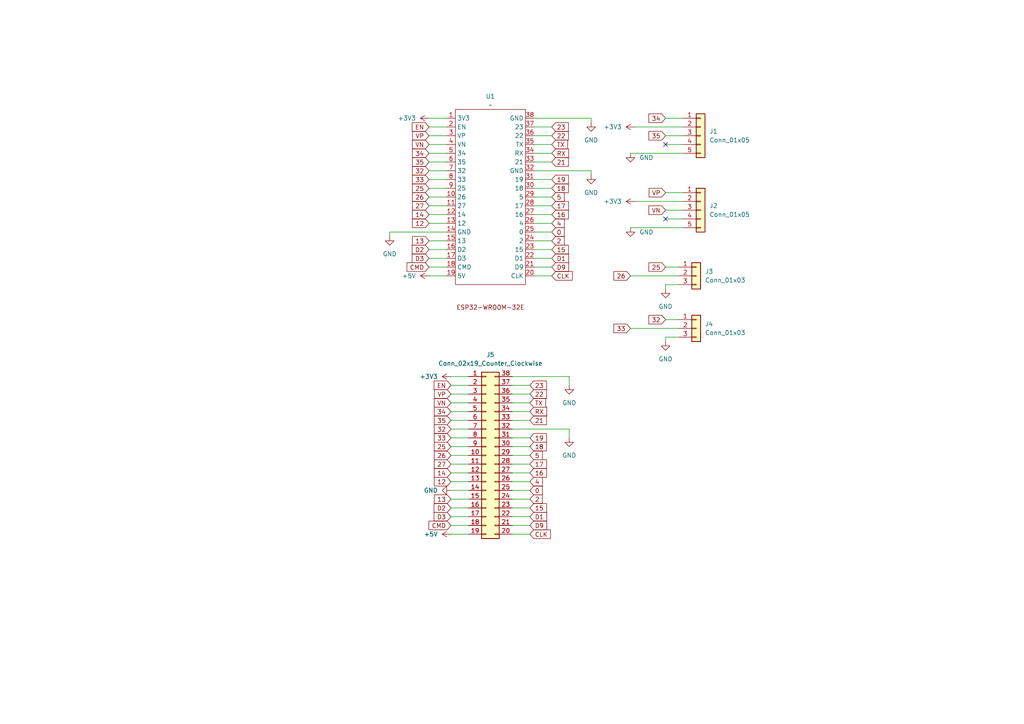
<source format=kicad_sch>
(kicad_sch (version 20231120) (generator "eeschema") (generator_version "8.0")
  (paper "A4")
  (lib_symbols
    (symbol "Connector_Generic:Conn_01x03" (pin_names (offset 1.016) hide)
      (property "Reference" "J" (at 0 5.08 0))
      (property "Value" "Conn_01x03" (at 0 -5.08 0))
      (symbol "Conn_01x03_1_1"
        (rectangle (start -1.27 -2.413) (end 0 -2.667) (stroke (width 0.1524)))
        (rectangle (start -1.27 0.127) (end 0 -0.127) (stroke (width 0.1524)))
        (rectangle (start -1.27 2.667) (end 0 2.413) (stroke (width 0.1524)))
        (rectangle (start -1.27 3.81) (end 1.27 -3.81) (stroke (width 0.254)) (fill (type background)))
        (pin passive line (at -5.08 2.54 0) (length 3.81) (name "Pin_1") (number "1"))
        (pin passive line (at -5.08 0 0) (length 3.81) (name "Pin_2") (number "2"))
        (pin passive line (at -5.08 -2.54 0) (length 3.81) (name "Pin_3") (number "3"))
      )
    )
    (symbol "Connector_Generic:Conn_01x05" (pin_names (offset 1.016) hide)
      (property "Reference" "J" (at 0 7.62 0))
      (property "Value" "Conn_01x05" (at 0 -7.62 0))
      (symbol "Conn_01x05_1_1"
        (rectangle (start -1.27 -4.953) (end 0 -5.207) (stroke (width 0.1524)))
        (rectangle (start -1.27 -2.413) (end 0 -2.667) (stroke (width 0.1524)))
        (rectangle (start -1.27 0.127) (end 0 -0.127) (stroke (width 0.1524)))
        (rectangle (start -1.27 2.667) (end 0 2.413) (stroke (width 0.1524)))
        (rectangle (start -1.27 5.207) (end 0 4.953) (stroke (width 0.1524)))
        (rectangle (start -1.27 6.35) (end 1.27 -6.35) (stroke (width 0.254)) (fill (type background)))
        (pin passive line (at -5.08 5.08 0) (length 3.81) (name "Pin_1") (number "1"))
        (pin passive line (at -5.08 2.54 0) (length 3.81) (name "Pin_2") (number "2"))
        (pin passive line (at -5.08 0 0) (length 3.81) (name "Pin_3") (number "3"))
        (pin passive line (at -5.08 -2.54 0) (length 3.81) (name "Pin_4") (number "4"))
        (pin passive line (at -5.08 -5.08 0) (length 3.81) (name "Pin_5") (number "5"))
      )
    )
    (symbol "Connector_Generic:Conn_02x19_Counter_Clockwise" (pin_names (offset 1.016) hide)
      (property "Reference" "J" (at 1.27 25.4 0))
      (property "Value" "Conn_02x19_Counter_Clockwise" (at 1.27 -25.4 0))
      (symbol "Conn_02x19_Counter_Clockwise_1_1"
        (rectangle (start -1.27 -22.733) (end 0 -22.987) (stroke (width 0.1524)))
        (rectangle (start -1.27 -20.193) (end 0 -20.447) (stroke (width 0.1524)))
        (rectangle (start -1.27 -17.653) (end 0 -17.907) (stroke (width 0.1524)))
        (rectangle (start -1.27 -15.113) (end 0 -15.367) (stroke (width 0.1524)))
        (rectangle (start -1.27 -12.573) (end 0 -12.827) (stroke (width 0.1524)))
        (rectangle (start -1.27 -10.033) (end 0 -10.287) (stroke (width 0.1524)))
        (rectangle (start -1.27 -7.493) (end 0 -7.747) (stroke (width 0.1524)))
        (rectangle (start -1.27 -4.953) (end 0 -5.207) (stroke (width 0.1524)))
        (rectangle (start -1.27 -2.413) (end 0 -2.667) (stroke (width 0.1524)))
        (rectangle (start -1.27 0.127) (end 0 -0.127) (stroke (width 0.1524)))
        (rectangle (start -1.27 2.667) (end 0 2.413) (stroke (width 0.1524)))
        (rectangle (start -1.27 5.207) (end 0 4.953) (stroke (width 0.1524)))
        (rectangle (start -1.27 7.747) (end 0 7.493) (stroke (width 0.1524)))
        (rectangle (start -1.27 10.287) (end 0 10.033) (stroke (width 0.1524)))
        (rectangle (start -1.27 12.827) (end 0 12.573) (stroke (width 0.1524)))
        (rectangle (start -1.27 15.367) (end 0 15.113) (stroke (width 0.1524)))
        (rectangle (start -1.27 17.907) (end 0 17.653) (stroke (width 0.1524)))
        (rectangle (start -1.27 20.447) (end 0 20.193) (stroke (width 0.1524)))
        (rectangle (start -1.27 22.987) (end 0 22.733) (stroke (width 0.1524)))
        (rectangle (start -1.27 24.13) (end 3.81 -24.13) (stroke (width 0.254)) (fill (type background)))
        (rectangle (start 3.81 -22.733) (end 2.54 -22.987) (stroke (width 0.1524)))
        (rectangle (start 3.81 -20.193) (end 2.54 -20.447) (stroke (width 0.1524)))
        (rectangle (start 3.81 -17.653) (end 2.54 -17.907) (stroke (width 0.1524)))
        (rectangle (start 3.81 -15.113) (end 2.54 -15.367) (stroke (width 0.1524)))
        (rectangle (start 3.81 -12.573) (end 2.54 -12.827) (stroke (width 0.1524)))
        (rectangle (start 3.81 -10.033) (end 2.54 -10.287) (stroke (width 0.1524)))
        (rectangle (start 3.81 -7.493) (end 2.54 -7.747) (stroke (width 0.1524)))
        (rectangle (start 3.81 -4.953) (end 2.54 -5.207) (stroke (width 0.1524)))
        (rectangle (start 3.81 -2.413) (end 2.54 -2.667) (stroke (width 0.1524)))
        (rectangle (start 3.81 0.127) (end 2.54 -0.127) (stroke (width 0.1524)))
        (rectangle (start 3.81 2.667) (end 2.54 2.413) (stroke (width 0.1524)))
        (rectangle (start 3.81 5.207) (end 2.54 4.953) (stroke (width 0.1524)))
        (rectangle (start 3.81 7.747) (end 2.54 7.493) (stroke (width 0.1524)))
        (rectangle (start 3.81 10.287) (end 2.54 10.033) (stroke (width 0.1524)))
        (rectangle (start 3.81 12.827) (end 2.54 12.573) (stroke (width 0.1524)))
        (rectangle (start 3.81 15.367) (end 2.54 15.113) (stroke (width 0.1524)))
        (rectangle (start 3.81 17.907) (end 2.54 17.653) (stroke (width 0.1524)))
        (rectangle (start 3.81 20.447) (end 2.54 20.193) (stroke (width 0.1524)))
        (rectangle (start 3.81 22.987) (end 2.54 22.733) (stroke (width 0.1524)))
        (pin passive line (at -5.08 22.86 0) (length 3.81) (name "Pin_1") (number "1"))
        (pin passive line (at -5.08 0 0) (length 3.81) (name "Pin_10") (number "10"))
        (pin passive line (at -5.08 -2.54 0) (length 3.81) (name "Pin_11") (number "11"))
        (pin passive line (at -5.08 -5.08 0) (length 3.81) (name "Pin_12") (number "12"))
        (pin passive line (at -5.08 -7.62 0) (length 3.81) (name "Pin_13") (number "13"))
        (pin passive line (at -5.08 -10.16 0) (length 3.81) (name "Pin_14") (number "14"))
        (pin passive line (at -5.08 -12.7 0) (length 3.81) (name "Pin_15") (number "15"))
        (pin passive line (at -5.08 -15.24 0) (length 3.81) (name "Pin_16") (number "16"))
        (pin passive line (at -5.08 -17.78 0) (length 3.81) (name "Pin_17") (number "17"))
        (pin passive line (at -5.08 -20.32 0) (length 3.81) (name "Pin_18") (number "18"))
        (pin passive line (at -5.08 -22.86 0) (length 3.81) (name "Pin_19") (number "19"))
        (pin passive line (at -5.08 20.32 0) (length 3.81) (name "Pin_2") (number "2"))
        (pin passive line (at 7.62 -22.86 180) (length 3.81) (name "Pin_20") (number "20"))
        (pin passive line (at 7.62 -20.32 180) (length 3.81) (name "Pin_21") (number "21"))
        (pin passive line (at 7.62 -17.78 180) (length 3.81) (name "Pin_22") (number "22"))
        (pin passive line (at 7.62 -15.24 180) (length 3.81) (name "Pin_23") (number "23"))
        (pin passive line (at 7.62 -12.7 180) (length 3.81) (name "Pin_24") (number "24"))
        (pin passive line (at 7.62 -10.16 180) (length 3.81) (name "Pin_25") (number "25"))
        (pin passive line (at 7.62 -7.62 180) (length 3.81) (name "Pin_26") (number "26"))
        (pin passive line (at 7.62 -5.08 180) (length 3.81) (name "Pin_27") (number "27"))
        (pin passive line (at 7.62 -2.54 180) (length 3.81) (name "Pin_28") (number "28"))
        (pin passive line (at 7.62 0 180) (length 3.81) (name "Pin_29") (number "29"))
        (pin passive line (at -5.08 17.78 0) (length 3.81) (name "Pin_3") (number "3"))
        (pin passive line (at 7.62 2.54 180) (length 3.81) (name "Pin_30") (number "30"))
        (pin passive line (at 7.62 5.08 180) (length 3.81) (name "Pin_31") (number "31"))
        (pin passive line (at 7.62 7.62 180) (length 3.81) (name "Pin_32") (number "32"))
        (pin passive line (at 7.62 10.16 180) (length 3.81) (name "Pin_33") (number "33"))
        (pin passive line (at 7.62 12.7 180) (length 3.81) (name "Pin_34") (number "34"))
        (pin passive line (at 7.62 15.24 180) (length 3.81) (name "Pin_35") (number "35"))
        (pin passive line (at 7.62 17.78 180) (length 3.81) (name "Pin_36") (number "36"))
        (pin passive line (at 7.62 20.32 180) (length 3.81) (name "Pin_37") (number "37"))
        (pin passive line (at 7.62 22.86 180) (length 3.81) (name "Pin_38") (number "38"))
        (pin passive line (at -5.08 15.24 0) (length 3.81) (name "Pin_4") (number "4"))
        (pin passive line (at -5.08 12.7 0) (length 3.81) (name "Pin_5") (number "5"))
        (pin passive line (at -5.08 10.16 0) (length 3.81) (name "Pin_6") (number "6"))
        (pin passive line (at -5.08 7.62 0) (length 3.81) (name "Pin_7") (number "7"))
        (pin passive line (at -5.08 5.08 0) (length 3.81) (name "Pin_8") (number "8"))
        (pin passive line (at -5.08 2.54 0) (length 3.81) (name "Pin_9") (number "9"))
      )
    )
    (symbol "ESP32-WROOM-32E_4M:ESP32-WROOM-32E"
      (property "Reference" "U2" (at 0 29.21 0))
      (property "Value" "~" (at 0 26.67 0))
      (symbol "ESP32-WROOM-32E_0_1"
        (rectangle (start -10.16 25.4) (end 10.16 -25.4))
      )
      (symbol "ESP32-WROOM-32E_1_1"
        (text "ESP32-WROOM-32E" (at 0 -32.004 0) (effects (font (size 1.27 1.27))))
        (pin power_out line (at -12.7 22.86 0) (length 2.54) (name "3V3") (number "1"))
        (pin bidirectional line (at -12.7 0 0) (length 2.54) (name "26") (number "10"))
        (pin bidirectional line (at -12.7 -2.54 0) (length 2.54) (name "27") (number "11"))
        (pin bidirectional line (at -12.7 -5.08 0) (length 2.54) (name "14") (number "12"))
        (pin bidirectional line (at -12.7 -7.62 0) (length 2.54) (name "12") (number "13"))
        (pin power_out line (at -12.7 -10.16 0) (length 2.54) (name "GND") (number "14"))
        (pin bidirectional line (at -12.7 -12.7 0) (length 2.54) (name "13") (number "15"))
        (pin bidirectional line (at -12.7 -15.24 0) (length 2.54) (name "D2") (number "16"))
        (pin bidirectional line (at -12.7 -17.78 0) (length 2.54) (name "D3") (number "17"))
        (pin bidirectional line (at -12.7 -20.32 0) (length 2.54) (name "CMD") (number "18"))
        (pin power_out line (at -12.7 -22.86 0) (length 2.54) (name "5V") (number "19"))
        (pin bidirectional line (at -12.7 20.32 0) (length 2.54) (name "EN") (number "2"))
        (pin bidirectional line (at 12.7 -22.86 180) (length 2.54) (name "CLK") (number "20"))
        (pin bidirectional line (at 12.7 -20.32 180) (length 2.54) (name "D9") (number "21"))
        (pin bidirectional line (at 12.7 -17.78 180) (length 2.54) (name "D1") (number "22"))
        (pin bidirectional line (at 12.7 -15.24 180) (length 2.54) (name "15") (number "23"))
        (pin bidirectional line (at 12.7 -12.7 180) (length 2.54) (name "2") (number "24"))
        (pin bidirectional line (at 12.7 -10.16 180) (length 2.54) (name "0") (number "25"))
        (pin bidirectional line (at 12.7 -7.62 180) (length 2.54) (name "4") (number "26"))
        (pin bidirectional line (at 12.7 -5.08 180) (length 2.54) (name "16") (number "27"))
        (pin bidirectional line (at 12.7 -2.54 180) (length 2.54) (name "17") (number "28"))
        (pin bidirectional line (at 12.7 0 180) (length 2.54) (name "5") (number "29"))
        (pin bidirectional line (at -12.7 17.78 0) (length 2.54) (name "VP") (number "3"))
        (pin bidirectional line (at 12.7 2.54 180) (length 2.54) (name "18") (number "30"))
        (pin bidirectional line (at 12.7 5.08 180) (length 2.54) (name "19") (number "31"))
        (pin power_out line (at 12.7 7.62 180) (length 2.54) (name "GND") (number "32"))
        (pin bidirectional line (at 12.7 10.16 180) (length 2.54) (name "21") (number "33"))
        (pin input line (at 12.7 12.7 180) (length 2.54) (name "RX") (number "34"))
        (pin output line (at 12.7 15.24 180) (length 2.54) (name "TX") (number "35"))
        (pin bidirectional line (at 12.7 17.78 180) (length 2.54) (name "22") (number "36"))
        (pin bidirectional line (at 12.7 20.32 180) (length 2.54) (name "23") (number "37"))
        (pin power_out line (at 12.7 22.86 180) (length 2.54) (name "GND") (number "38"))
        (pin bidirectional line (at -12.7 15.24 0) (length 2.54) (name "VN") (number "4"))
        (pin bidirectional line (at -12.7 12.7 0) (length 2.54) (name "34") (number "5"))
        (pin bidirectional line (at -12.7 10.16 0) (length 2.54) (name "35") (number "6"))
        (pin bidirectional line (at -12.7 7.62 0) (length 2.54) (name "32") (number "7"))
        (pin bidirectional line (at -12.7 5.08 0) (length 2.54) (name "33") (number "8"))
        (pin bidirectional line (at -12.7 2.54 0) (length 2.54) (name "25") (number "9"))
      )
    )
    (symbol "power:+3V3" (power) (pin_names (offset 0))
      (property "Value" "+3V3" (at 0 3.556 0))
      (symbol "+3V3_0_1"
        (polyline (pts (xy -0.762 1.27) (xy 0 2.54)))
        (polyline (pts (xy 0 0) (xy 0 2.54)))
        (polyline (pts (xy 0 2.54) (xy 0.762 1.27)))
      )
      (symbol "+3V3_1_1"
        (pin power_in line (at 0 0 90) (length 0) hide (name "+3V3") (number "1"))
      )
    )
    (symbol "power:+5V" (power) (pin_names (offset 0))
      (property "Value" "+5V" (at 0 3.556 0))
      (symbol "+5V_0_1"
        (polyline (pts (xy -0.762 1.27) (xy 0 2.54)))
        (polyline (pts (xy 0 0) (xy 0 2.54)))
        (polyline (pts (xy 0 2.54) (xy 0.762 1.27)))
      )
      (symbol "+5V_1_1"
        (pin power_in line (at 0 0 90) (length 0) hide (name "+5V") (number "1"))
      )
    )
    (symbol "power:GND" (power) (pin_names (offset 0))
      (property "Value" "GND" (at 0 -3.81 0))
      (symbol "GND_0_1"
        (polyline (pts (xy 0 0) (xy 0 -1.27) (xy 1.27 -1.27) (xy 0 -2.54) (xy -1.27 -1.27) (xy 0 -1.27)))
      )
      (symbol "GND_1_1"
        (pin power_in line (at 0 0 270) (length 0) hide (name "GND") (number "1"))
      )
    )
  )
  (no_connect (at 193.04 63.5))
  (no_connect (at 193.04 41.91))
  (wire (pts (xy 154.94 41.91) (xy 160.02 41.91)))
  (wire (pts (xy 154.94 59.69) (xy 160.02 59.69)))
  (wire (pts (xy 182.88 95.25) (xy 196.85 95.25)))
  (wire (pts (xy 124.46 59.69) (xy 129.54 59.69)))
  (wire (pts (xy 153.67 139.7) (xy 148.59 139.7)))
  (wire (pts (xy 154.94 44.45) (xy 160.02 44.45)))
  (wire (pts (xy 153.67 144.78) (xy 148.59 144.78)))
  (wire (pts (xy 124.46 62.23) (xy 129.54 62.23)))
  (wire (pts (xy 153.67 137.16) (xy 148.59 137.16)))
  (wire (pts (xy 182.88 66.04) (xy 198.12 66.04)))
  (wire (pts (xy 153.67 132.08) (xy 148.59 132.08)))
  (wire (pts (xy 124.46 54.61) (xy 129.54 54.61)))
  (wire (pts (xy 193.04 97.79) (xy 196.85 97.79)))
  (wire (pts (xy 113.03 67.31) (xy 113.03 68.58)))
  (wire (pts (xy 124.46 44.45) (xy 129.54 44.45)))
  (wire (pts (xy 154.94 36.83) (xy 160.02 36.83)))
  (wire (pts (xy 154.94 49.53) (xy 171.45 49.53)))
  (wire (pts (xy 154.94 64.77) (xy 160.02 64.77)))
  (wire (pts (xy 130.81 144.78) (xy 135.89 144.78)))
  (wire (pts (xy 153.67 147.32) (xy 148.59 147.32)))
  (wire (pts (xy 193.04 92.71) (xy 196.85 92.71)))
  (wire (pts (xy 182.88 44.45) (xy 198.12 44.45)))
  (wire (pts (xy 130.81 127) (xy 135.89 127)))
  (wire (pts (xy 148.59 109.22) (xy 165.1 109.22)))
  (wire (pts (xy 171.45 34.29) (xy 171.45 35.56)))
  (wire (pts (xy 113.03 67.31) (xy 129.54 67.31)))
  (wire (pts (xy 153.67 152.4) (xy 148.59 152.4)))
  (wire (pts (xy 153.67 149.86) (xy 148.59 149.86)))
  (wire (pts (xy 124.46 64.77) (xy 129.54 64.77)))
  (wire (pts (xy 124.46 77.47) (xy 129.54 77.47)))
  (wire (pts (xy 154.94 69.85) (xy 160.02 69.85)))
  (wire (pts (xy 124.46 74.93) (xy 129.54 74.93)))
  (wire (pts (xy 148.59 124.46) (xy 165.1 124.46)))
  (wire (pts (xy 193.04 77.47) (xy 196.85 77.47)))
  (wire (pts (xy 130.81 149.86) (xy 135.89 149.86)))
  (wire (pts (xy 154.94 80.01) (xy 160.02 80.01)))
  (wire (pts (xy 193.04 41.91) (xy 198.12 41.91)))
  (wire (pts (xy 154.94 77.47) (xy 160.02 77.47)))
  (wire (pts (xy 153.67 121.92) (xy 148.59 121.92)))
  (wire (pts (xy 130.81 111.76) (xy 135.89 111.76)))
  (wire (pts (xy 154.94 34.29) (xy 171.45 34.29)))
  (wire (pts (xy 154.94 74.93) (xy 160.02 74.93)))
  (wire (pts (xy 130.81 119.38) (xy 135.89 119.38)))
  (wire (pts (xy 124.46 39.37) (xy 129.54 39.37)))
  (wire (pts (xy 130.81 154.94) (xy 135.89 154.94)))
  (wire (pts (xy 124.46 36.83) (xy 129.54 36.83)))
  (wire (pts (xy 153.67 116.84) (xy 148.59 116.84)))
  (wire (pts (xy 130.81 147.32) (xy 135.89 147.32)))
  (wire (pts (xy 130.81 132.08) (xy 135.89 132.08)))
  (wire (pts (xy 153.67 111.76) (xy 148.59 111.76)))
  (wire (pts (xy 165.1 109.22) (xy 165.1 111.76)))
  (wire (pts (xy 124.46 34.29) (xy 129.54 34.29)))
  (wire (pts (xy 193.04 82.55) (xy 193.04 83.82)))
  (wire (pts (xy 124.46 80.01) (xy 129.54 80.01)))
  (wire (pts (xy 154.94 62.23) (xy 160.02 62.23)))
  (wire (pts (xy 153.67 154.94) (xy 148.59 154.94)))
  (wire (pts (xy 193.04 82.55) (xy 196.85 82.55)))
  (wire (pts (xy 124.46 41.91) (xy 129.54 41.91)))
  (wire (pts (xy 130.81 116.84) (xy 135.89 116.84)))
  (wire (pts (xy 193.04 39.37) (xy 198.12 39.37)))
  (wire (pts (xy 154.94 39.37) (xy 160.02 39.37)))
  (wire (pts (xy 193.04 34.29) (xy 198.12 34.29)))
  (wire (pts (xy 130.81 134.62) (xy 135.89 134.62)))
  (wire (pts (xy 124.46 69.85) (xy 129.54 69.85)))
  (wire (pts (xy 153.67 127) (xy 148.59 127)))
  (wire (pts (xy 124.46 46.99) (xy 129.54 46.99)))
  (wire (pts (xy 193.04 60.96) (xy 198.12 60.96)))
  (wire (pts (xy 154.94 72.39) (xy 160.02 72.39)))
  (wire (pts (xy 124.46 72.39) (xy 129.54 72.39)))
  (wire (pts (xy 182.88 80.01) (xy 196.85 80.01)))
  (wire (pts (xy 130.81 152.4) (xy 135.89 152.4)))
  (wire (pts (xy 130.81 121.92) (xy 135.89 121.92)))
  (wire (pts (xy 130.81 142.24) (xy 135.89 142.24)))
  (wire (pts (xy 130.81 124.46) (xy 135.89 124.46)))
  (wire (pts (xy 130.81 129.54) (xy 135.89 129.54)))
  (wire (pts (xy 171.45 49.53) (xy 171.45 50.8)))
  (wire (pts (xy 154.94 54.61) (xy 160.02 54.61)))
  (wire (pts (xy 153.67 142.24) (xy 148.59 142.24)))
  (wire (pts (xy 184.15 58.42) (xy 198.12 58.42)))
  (wire (pts (xy 154.94 67.31) (xy 160.02 67.31)))
  (wire (pts (xy 193.04 63.5) (xy 198.12 63.5)))
  (wire (pts (xy 154.94 57.15) (xy 160.02 57.15)))
  (wire (pts (xy 153.67 114.3) (xy 148.59 114.3)))
  (wire (pts (xy 154.94 52.07) (xy 160.02 52.07)))
  (wire (pts (xy 154.94 46.99) (xy 160.02 46.99)))
  (wire (pts (xy 193.04 55.88) (xy 198.12 55.88)))
  (wire (pts (xy 165.1 124.46) (xy 165.1 127)))
  (wire (pts (xy 130.81 139.7) (xy 135.89 139.7)))
  (wire (pts (xy 153.67 119.38) (xy 148.59 119.38)))
  (wire (pts (xy 130.81 109.22) (xy 135.89 109.22)))
  (wire (pts (xy 130.81 114.3) (xy 135.89 114.3)))
  (wire (pts (xy 153.67 129.54) (xy 148.59 129.54)))
  (wire (pts (xy 193.04 97.79) (xy 193.04 99.06)))
  (wire (pts (xy 130.81 137.16) (xy 135.89 137.16)))
  (wire (pts (xy 124.46 52.07) (xy 129.54 52.07)))
  (wire (pts (xy 124.46 49.53) (xy 129.54 49.53)))
  (wire (pts (xy 184.15 36.83) (xy 198.12 36.83)))
  (wire (pts (xy 153.67 134.62) (xy 148.59 134.62)))
  (wire (pts (xy 124.46 57.15) (xy 129.54 57.15)))
  (global_label "26" (shape input) (at 124.46 57.15 180) (property "Intersheetrefs" "${INTERSHEET_REFS}" (effects (hide yes))))
  (global_label "18" (shape input) (at 160.02 54.61 0) (property "Intersheetrefs" "${INTERSHEET_REFS}" (effects (hide yes))))
  (global_label "34" (shape input) (at 130.81 119.38 180) (property "Intersheetrefs" "${INTERSHEET_REFS}" (effects (hide yes))))
  (global_label "32" (shape input) (at 193.04 92.71 180) (property "Intersheetrefs" "${INTERSHEET_REFS}" (effects (hide yes))))
  (global_label "26" (shape input) (at 130.81 132.08 180) (property "Intersheetrefs" "${INTERSHEET_REFS}" (effects (hide yes))))
  (global_label "CMD" (shape input) (at 124.46 77.47 180) (property "Intersheetrefs" "${INTERSHEET_REFS}" (effects (hide yes))))
  (global_label "4" (shape input) (at 153.67 139.7 0) (property "Intersheetrefs" "${INTERSHEET_REFS}" (effects (hide yes))))
  (global_label "27" (shape input) (at 124.46 59.69 180) (property "Intersheetrefs" "${INTERSHEET_REFS}" (effects (hide yes))))
  (global_label "RX" (shape input) (at 160.02 44.45 0) (property "Intersheetrefs" "${INTERSHEET_REFS}" (effects (hide yes))))
  (global_label "13" (shape input) (at 124.46 69.85 180) (property "Intersheetrefs" "${INTERSHEET_REFS}" (effects (hide yes))))
  (global_label "D3" (shape input) (at 124.46 74.93 180) (property "Intersheetrefs" "${INTERSHEET_REFS}" (effects (hide yes))))
  (global_label "16" (shape input) (at 153.67 137.16 0) (property "Intersheetrefs" "${INTERSHEET_REFS}" (effects (hide yes))))
  (global_label "5" (shape input) (at 153.67 132.08 0) (property "Intersheetrefs" "${INTERSHEET_REFS}" (effects (hide yes))))
  (global_label "22" (shape input) (at 153.67 114.3 0) (property "Intersheetrefs" "${INTERSHEET_REFS}" (effects (hide yes))))
  (global_label "17" (shape input) (at 160.02 59.69 0) (property "Intersheetrefs" "${INTERSHEET_REFS}" (effects (hide yes))))
  (global_label "VP" (shape input) (at 193.04 55.88 180) (property "Intersheetrefs" "${INTERSHEET_REFS}" (effects (hide yes))))
  (global_label "19" (shape input) (at 153.67 127 0) (property "Intersheetrefs" "${INTERSHEET_REFS}" (effects (hide yes))))
  (global_label "25" (shape input) (at 130.81 129.54 180) (property "Intersheetrefs" "${INTERSHEET_REFS}" (effects (hide yes))))
  (global_label "VN" (shape input) (at 130.81 116.84 180) (property "Intersheetrefs" "${INTERSHEET_REFS}" (effects (hide yes))))
  (global_label "VN" (shape input) (at 193.04 60.96 180) (property "Intersheetrefs" "${INTERSHEET_REFS}" (effects (hide yes))))
  (global_label "D2" (shape input) (at 130.81 147.32 180) (property "Intersheetrefs" "${INTERSHEET_REFS}" (effects (hide yes))))
  (global_label "14" (shape input) (at 130.81 137.16 180) (property "Intersheetrefs" "${INTERSHEET_REFS}" (effects (hide yes))))
  (global_label "VP" (shape input) (at 130.81 114.3 180) (property "Intersheetrefs" "${INTERSHEET_REFS}" (effects (hide yes))))
  (global_label "15" (shape input) (at 153.67 147.32 0) (property "Intersheetrefs" "${INTERSHEET_REFS}" (effects (hide yes))))
  (global_label "21" (shape input) (at 153.67 121.92 0) (property "Intersheetrefs" "${INTERSHEET_REFS}" (effects (hide yes))))
  (global_label "EN" (shape input) (at 130.81 111.76 180) (property "Intersheetrefs" "${INTERSHEET_REFS}" (effects (hide yes))))
  (global_label "35" (shape input) (at 130.81 121.92 180) (property "Intersheetrefs" "${INTERSHEET_REFS}" (effects (hide yes))))
  (global_label "34" (shape input) (at 124.46 44.45 180) (property "Intersheetrefs" "${INTERSHEET_REFS}" (effects (hide yes))))
  (global_label "25" (shape input) (at 124.46 54.61 180) (property "Intersheetrefs" "${INTERSHEET_REFS}" (effects (hide yes))))
  (global_label "0" (shape input) (at 160.02 67.31 0) (property "Intersheetrefs" "${INTERSHEET_REFS}" (effects (hide yes))))
  (global_label "D1" (shape input) (at 153.67 149.86 0) (property "Intersheetrefs" "${INTERSHEET_REFS}" (effects (hide yes))))
  (global_label "35" (shape input) (at 124.46 46.99 180) (property "Intersheetrefs" "${INTERSHEET_REFS}" (effects (hide yes))))
  (global_label "23" (shape input) (at 160.02 36.83 0) (property "Intersheetrefs" "${INTERSHEET_REFS}" (effects (hide yes))))
  (global_label "0" (shape input) (at 153.67 142.24 0) (property "Intersheetrefs" "${INTERSHEET_REFS}" (effects (hide yes))))
  (global_label "33" (shape input) (at 130.81 127 180) (property "Intersheetrefs" "${INTERSHEET_REFS}" (effects (hide yes))))
  (global_label "22" (shape input) (at 160.02 39.37 0) (property "Intersheetrefs" "${INTERSHEET_REFS}" (effects (hide yes))))
  (global_label "15" (shape input) (at 160.02 72.39 0) (property "Intersheetrefs" "${INTERSHEET_REFS}" (effects (hide yes))))
  (global_label "13" (shape input) (at 130.81 144.78 180) (property "Intersheetrefs" "${INTERSHEET_REFS}" (effects (hide yes))))
  (global_label "12" (shape input) (at 130.81 139.7 180) (property "Intersheetrefs" "${INTERSHEET_REFS}" (effects (hide yes))))
  (global_label "14" (shape input) (at 124.46 62.23 180) (property "Intersheetrefs" "${INTERSHEET_REFS}" (effects (hide yes))))
  (global_label "21" (shape input) (at 160.02 46.99 0) (property "Intersheetrefs" "${INTERSHEET_REFS}" (effects (hide yes))))
  (global_label "23" (shape input) (at 153.67 111.76 0) (property "Intersheetrefs" "${INTERSHEET_REFS}" (effects (hide yes))))
  (global_label "19" (shape input) (at 160.02 52.07 0) (property "Intersheetrefs" "${INTERSHEET_REFS}" (effects (hide yes))))
  (global_label "CMD" (shape input) (at 130.81 152.4 180) (property "Intersheetrefs" "${INTERSHEET_REFS}" (effects (hide yes))))
  (global_label "2" (shape input) (at 160.02 69.85 0) (property "Intersheetrefs" "${INTERSHEET_REFS}" (effects (hide yes))))
  (global_label "35" (shape input) (at 193.04 39.37 180) (property "Intersheetrefs" "${INTERSHEET_REFS}" (effects (hide yes))))
  (global_label "34" (shape input) (at 193.04 34.29 180) (property "Intersheetrefs" "${INTERSHEET_REFS}" (effects (hide yes))))
  (global_label "32" (shape input) (at 130.81 124.46 180) (property "Intersheetrefs" "${INTERSHEET_REFS}" (effects (hide yes))))
  (global_label "TX" (shape input) (at 160.02 41.91 0) (property "Intersheetrefs" "${INTERSHEET_REFS}" (effects (hide yes))))
  (global_label "D9" (shape input) (at 160.02 77.47 0) (property "Intersheetrefs" "${INTERSHEET_REFS}" (effects (hide yes))))
  (global_label "D3" (shape input) (at 130.81 149.86 180) (property "Intersheetrefs" "${INTERSHEET_REFS}" (effects (hide yes))))
  (global_label "D9" (shape input) (at 153.67 152.4 0) (property "Intersheetrefs" "${INTERSHEET_REFS}" (effects (hide yes))))
  (global_label "VN" (shape input) (at 124.46 41.91 180) (property "Intersheetrefs" "${INTERSHEET_REFS}" (effects (hide yes))))
  (global_label "32" (shape input) (at 124.46 49.53 180) (property "Intersheetrefs" "${INTERSHEET_REFS}" (effects (hide yes))))
  (global_label "VP" (shape input) (at 124.46 39.37 180) (property "Intersheetrefs" "${INTERSHEET_REFS}" (effects (hide yes))))
  (global_label "TX" (shape input) (at 153.67 116.84 0) (property "Intersheetrefs" "${INTERSHEET_REFS}" (effects (hide yes))))
  (global_label "D2" (shape input) (at 124.46 72.39 180) (property "Intersheetrefs" "${INTERSHEET_REFS}" (effects (hide yes))))
  (global_label "CLK" (shape input) (at 160.02 80.01 0) (property "Intersheetrefs" "${INTERSHEET_REFS}" (effects (hide yes))))
  (global_label "D1" (shape input) (at 160.02 74.93 0) (property "Intersheetrefs" "${INTERSHEET_REFS}" (effects (hide yes))))
  (global_label "5" (shape input) (at 160.02 57.15 0) (property "Intersheetrefs" "${INTERSHEET_REFS}" (effects (hide yes))))
  (global_label "26" (shape input) (at 182.88 80.01 180) (property "Intersheetrefs" "${INTERSHEET_REFS}" (effects (hide yes))))
  (global_label "27" (shape input) (at 130.81 134.62 180) (property "Intersheetrefs" "${INTERSHEET_REFS}" (effects (hide yes))))
  (global_label "4" (shape input) (at 160.02 64.77 0) (property "Intersheetrefs" "${INTERSHEET_REFS}" (effects (hide yes))))
  (global_label "18" (shape input) (at 153.67 129.54 0) (property "Intersheetrefs" "${INTERSHEET_REFS}" (effects (hide yes))))
  (global_label "33" (shape input) (at 124.46 52.07 180) (property "Intersheetrefs" "${INTERSHEET_REFS}" (effects (hide yes))))
  (global_label "2" (shape input) (at 153.67 144.78 0) (property "Intersheetrefs" "${INTERSHEET_REFS}" (effects (hide yes))))
  (global_label "33" (shape input) (at 182.88 95.25 180) (property "Intersheetrefs" "${INTERSHEET_REFS}" (effects (hide yes))))
  (global_label "16" (shape input) (at 160.02 62.23 0) (property "Intersheetrefs" "${INTERSHEET_REFS}" (effects (hide yes))))
  (global_label "17" (shape input) (at 153.67 134.62 0) (property "Intersheetrefs" "${INTERSHEET_REFS}" (effects (hide yes))))
  (global_label "25" (shape input) (at 193.04 77.47 180) (property "Intersheetrefs" "${INTERSHEET_REFS}" (effects (hide yes))))
  (global_label "RX" (shape input) (at 153.67 119.38 0) (property "Intersheetrefs" "${INTERSHEET_REFS}" (effects (hide yes))))
  (global_label "EN" (shape input) (at 124.46 36.83 180) (property "Intersheetrefs" "${INTERSHEET_REFS}" (effects (hide yes))))
  (global_label "12" (shape input) (at 124.46 64.77 180) (property "Intersheetrefs" "${INTERSHEET_REFS}" (effects (hide yes))))
  (global_label "CLK" (shape input) (at 153.67 154.94 0) (property "Intersheetrefs" "${INTERSHEET_REFS}" (effects (hide yes))))
  (symbol (lib_id "power:GND") (at 171.45 50.8 0) (unit 1)
    (property "Reference" "#PWR08" (effects (hide yes)))
    (property "Value" "GND" (at 171.45 55.88 0))
    (property "Description" "Power symbol creates a global label with name \"GND\" , ground" (effects (hide yes)))
  )
  (symbol (lib_id "power:GND") (at 165.1 111.76 0) (mirror y) (unit 1)
    (property "Reference" "#PWR016" (effects (hide yes)))
    (property "Value" "GND" (at 165.1 116.84 0))
    (property "Description" "Power symbol creates a global label with name \"GND\" , ground" (effects (hide yes)))
  )
  (symbol (lib_id "power:GND") (at 113.03 68.58 0) (unit 1)
    (property "Reference" "#PWR010" (effects (hide yes)))
    (property "Value" "GND" (at 113.03 73.66 0))
    (property "Description" "Power symbol creates a global label with name \"GND\" , ground" (effects (hide yes)))
  )
  (symbol (lib_id "ESP32-WROOM-32E_4M:ESP32-WROOM-32E") (at 142.24 57.15 0) (unit 1)
    (property "Reference" "U1" (at 142.24 27.94 0))
    (property "Value" "~" (at 142.24 30.48 0))
    (property "Footprint" "ESP32-WROOM-32E:ESP32-WROOM-32E" (effects (hide yes)))
  )
  (symbol (lib_id "Connector_Generic:Conn_01x03") (at 201.93 80.01 0) (unit 1)
    (property "Reference" "J3" (at 204.47 78.7399 0) (effects (justify left)))
    (property "Value" "Conn_01x03" (at 204.47 81.2799 0) (effects (justify left)))
    (property "Footprint" "XH:XH-3pin" (effects (hide yes)))
    (property "Description" "Generic connector, single row, 01x03, script generated (kicad-library-utils/schlib/autogen/connector/)" (effects (hide yes)))
  )
  (symbol (lib_id "power:GND") (at 182.88 44.45 0) (unit 1)
    (property "Reference" "#PWR01" (effects (hide yes)))
    (property "Value" "GND" (at 185.42 45.7199 0) (effects (justify left)))
    (property "Description" "Power symbol creates a global label with name \"GND\" , ground" (effects (hide yes)))
  )
  (symbol (lib_id "power:GND") (at 193.04 83.82 0) (unit 1)
    (property "Reference" "#PWR03" (effects (hide yes)))
    (property "Value" "GND" (at 193.04 88.9 0))
    (property "Description" "Power symbol creates a global label with name \"GND\" , ground" (effects (hide yes)))
  )
  (symbol (lib_id "Connector_Generic:Conn_01x05") (at 203.2 60.96 0) (unit 1)
    (property "Reference" "J2" (at 205.74 59.6899 0) (effects (justify left)))
    (property "Value" "Conn_01x05" (at 205.74 62.2299 0) (effects (justify left)))
    (property "Footprint" "XH:XH-5pin" (effects (hide yes)))
    (property "Description" "Generic connector, single row, 01x05, script generated (kicad-library-utils/schlib/autogen/connector/)" (effects (hide yes)))
  )
  (symbol (lib_id "power:+3V3") (at 124.46 34.29 90) (unit 1)
    (property "Reference" "#PWR014" (effects (hide yes)))
    (property "Value" "+3V3" (at 120.65 34.2899 90) (effects (justify left)))
    (property "Description" "Power symbol creates a global label with name \"+3V3\"" (effects (hide yes)))
  )
  (symbol (lib_id "power:GND") (at 130.81 142.24 270) (unit 1)
    (property "Reference" "#PWR013" (effects (hide yes)))
    (property "Value" "GND" (at 127 142.2399 90) (effects (justify right)))
    (property "Description" "Power symbol creates a global label with name \"GND\" , ground" (effects (hide yes)))
  )
  (symbol (lib_id "power:+3V3") (at 130.81 109.22 90) (unit 1)
    (property "Reference" "#PWR011" (effects (hide yes)))
    (property "Value" "+3V3" (at 127 109.2199 90) (effects (justify left)))
    (property "Description" "Power symbol creates a global label with name \"+3V3\"" (effects (hide yes)))
  )
  (symbol (lib_id "power:+3V3") (at 184.15 36.83 90) (unit 1)
    (property "Reference" "#PWR05" (effects (hide yes)))
    (property "Value" "+3V3" (at 180.34 36.8299 90) (effects (justify left)))
    (property "Description" "Power symbol creates a global label with name \"+3V3\"" (effects (hide yes)))
  )
  (symbol (lib_id "power:+3V3") (at 184.15 58.42 90) (unit 1)
    (property "Reference" "#PWR06" (effects (hide yes)))
    (property "Value" "+3V3" (at 180.34 58.4199 90) (effects (justify left)))
    (property "Description" "Power symbol creates a global label with name \"+3V3\"" (effects (hide yes)))
  )
  (symbol (lib_id "power:GND") (at 182.88 66.04 0) (unit 1)
    (property "Reference" "#PWR02" (effects (hide yes)))
    (property "Value" "GND" (at 185.42 67.3099 0) (effects (justify left)))
    (property "Description" "Power symbol creates a global label with name \"GND\" , ground" (effects (hide yes)))
  )
  (symbol (lib_id "power:GND") (at 193.04 99.06 0) (unit 1)
    (property "Reference" "#PWR04" (effects (hide yes)))
    (property "Value" "GND" (at 193.04 104.14 0))
    (property "Description" "Power symbol creates a global label with name \"GND\" , ground" (effects (hide yes)))
  )
  (symbol (lib_id "power:+5V") (at 130.81 154.94 90) (unit 1)
    (property "Reference" "#PWR012" (effects (hide yes)))
    (property "Value" "+5V" (at 127 154.9399 90) (effects (justify left)))
    (property "Description" "Power symbol creates a global label with name \"+5V\"" (effects (hide yes)))
  )
  (symbol (lib_id "Connector_Generic:Conn_02x19_Counter_Clockwise") (at 140.97 132.08 0) (unit 1)
    (property "Reference" "J5" (at 142.24 102.87 0))
    (property "Value" "Conn_02x19_Counter_Clockwise" (at 142.24 105.41 0))
    (property "Footprint" "hole_19pin:hole_19pin" (effects (hide yes)))
    (property "Description" "Generic connector, double row, 02x19, counter clockwise pin numbering scheme (similar to DIP packge numbering), script generated (kicad-library-utils/schlib/autogen/connector/)" (effects (hide yes)))
  )
  (symbol (lib_id "Connector_Generic:Conn_01x03") (at 201.93 95.25 0) (unit 1)
    (property "Reference" "J4" (at 204.47 93.9799 0) (effects (justify left)))
    (property "Value" "Conn_01x03" (at 204.47 96.5199 0) (effects (justify left)))
    (property "Footprint" "XH:XH-3pin" (effects (hide yes)))
    (property "Description" "Generic connector, single row, 01x03, script generated (kicad-library-utils/schlib/autogen/connector/)" (effects (hide yes)))
  )
  (symbol (lib_id "power:+5V") (at 124.46 80.01 90) (unit 1)
    (property "Reference" "#PWR07" (effects (hide yes)))
    (property "Value" "+5V" (at 120.65 80.0099 90) (effects (justify left)))
    (property "Description" "Power symbol creates a global label with name \"+5V\"" (effects (hide yes)))
  )
  (symbol (lib_id "power:GND") (at 165.1 127 0) (mirror y) (unit 1)
    (property "Reference" "#PWR015" (effects (hide yes)))
    (property "Value" "GND" (at 165.1 132.08 0))
    (property "Description" "Power symbol creates a global label with name \"GND\" , ground" (effects (hide yes)))
  )
  (symbol (lib_id "power:GND") (at 171.45 35.56 0) (unit 1)
    (property "Reference" "#PWR09" (effects (hide yes)))
    (property "Value" "GND" (at 171.45 40.64 0))
    (property "Description" "Power symbol creates a global label with name \"GND\" , ground" (effects (hide yes)))
  )
  (symbol (lib_id "Connector_Generic:Conn_01x05") (at 203.2 39.37 0) (unit 1)
    (property "Reference" "J1" (at 205.74 38.0999 0) (effects (justify left)))
    (property "Value" "Conn_01x05" (at 205.74 40.6399 0) (effects (justify left)))
    (property "Footprint" "XH:XH-5pin" (effects (hide yes)))
    (property "Description" "Generic connector, single row, 01x05, script generated (kicad-library-utils/schlib/autogen/connector/)" (effects (hide yes)))
  )
)
</source>
